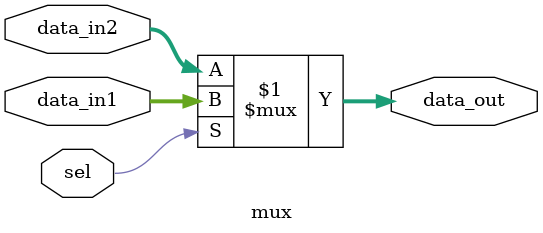
<source format=v>
`timescale 1ns / 1ps


module mux(
    input [31:0]data_in1,
    input [31:0]data_in2,
    input sel,
    output  [31:0]data_out
  );
  assign data_out = sel ? data_in1 : data_in2;
endmodule

</source>
